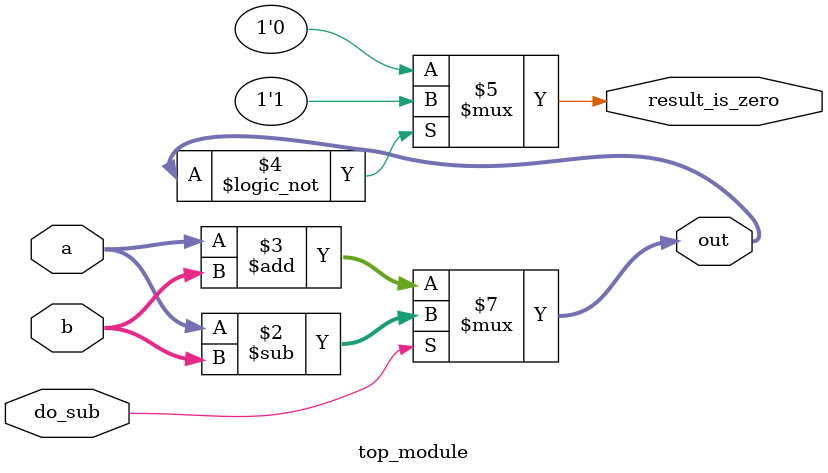
<source format=sv>
module top_module (
	input do_sub,
	input [7:0] a,
	input [7:0] b,
	output reg [7:0] out,
	output reg result_is_zero
);

always @(*) begin
	if (do_sub) begin
		out = a - b;
	end else begin
		out = a + b;
	end
	
	result_is_zero = (out == 8'b0) ? 1'b1 : 1'b0;
end

endmodule

</source>
